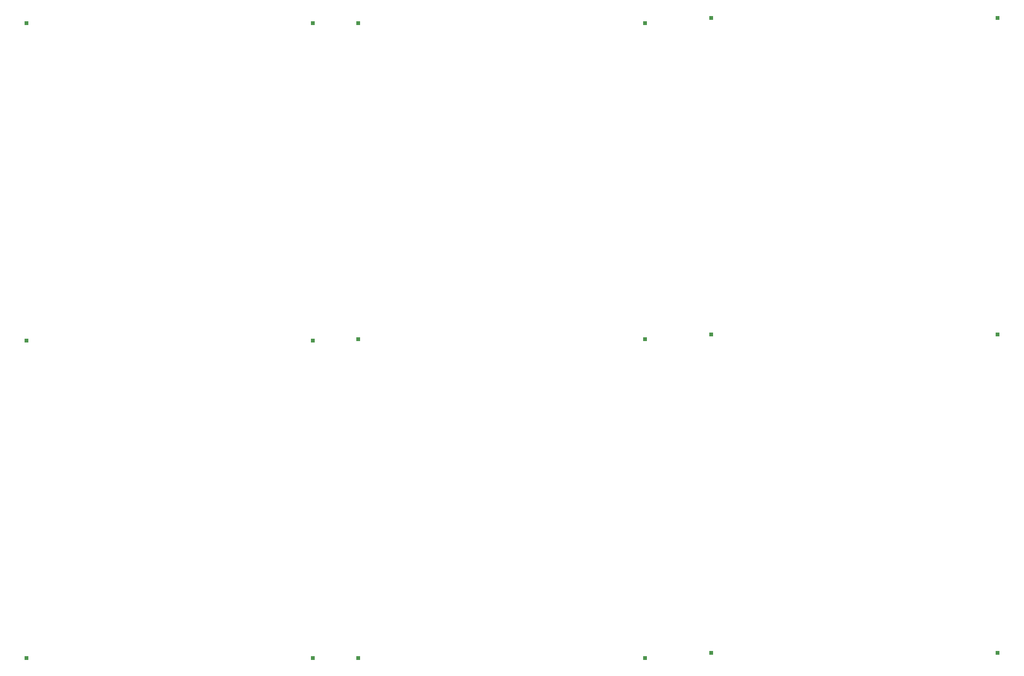
<source format=gbr>
G04 ===== Begin FILE IDENTIFICATION =====*
G04 File Format:  Gerber RS274X*
G04 ===== End FILE IDENTIFICATION =====*
%FSLAX24Y24*%
%MOIN*%
%SFA1.0000B1.0000*%
%OFA0.0B0.0*%
%ADD14R,0.027559X0.027559*%
%LNTOP MASK*%
%IPPOS*%
%LPD*%
G75*
D14*
X38110Y-29953D03*
X58325D03*
X61535D03*
X81750D03*
X38110Y-52354D03*
X58325D03*
X61535Y-52276D03*
X81750D03*
X38110Y-74756D03*
X58325D03*
X61535D03*
X81750D03*
X86417Y-29598D03*
X106632D03*
X86417Y-51921D03*
X106632D03*
X86417Y-74401D03*
X106632D03*
M02*


</source>
